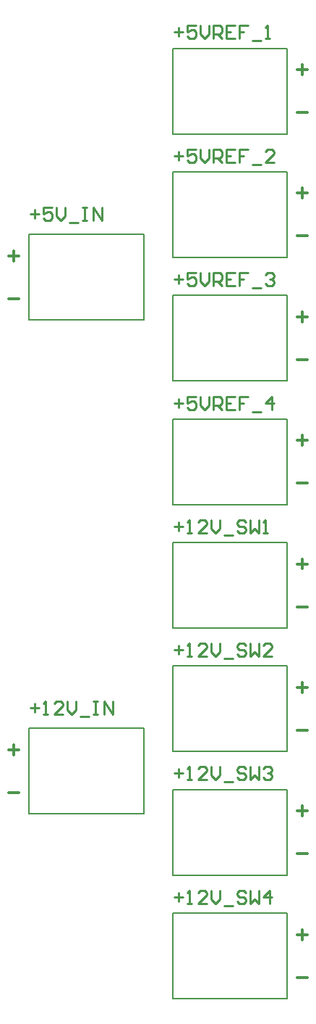
<source format=gto>
G04*
G04 #@! TF.GenerationSoftware,Altium Limited,CircuitMaker,2.0.3 (51)*
G04*
G04 Layer_Color=15132400*
%FSAX24Y24*%
%MOIN*%
G70*
G04*
G04 #@! TF.SameCoordinates,AC49E966-F875-4E81-9CB4-5C45FD5EEA16*
G04*
G04*
G04 #@! TF.FilePolarity,Positive*
G04*
G01*
G75*
%ADD10C,0.0080*%
%ADD11C,0.0080*%
%ADD12C,0.0120*%
%ADD13C,0.0100*%
D10*
X044767Y025304D02*
X050043D01*
X044767Y021367D02*
Y025304D01*
Y021367D02*
X050043D01*
X038157Y012831D02*
X043433D01*
Y016768D01*
X038157D02*
X043433D01*
X038157Y035531D02*
X043433D01*
Y039469D01*
X038157D02*
X043433D01*
X044767Y048018D02*
X050043D01*
X044767Y044081D02*
Y048018D01*
Y044081D02*
X050043D01*
X044767Y042340D02*
X050043D01*
X044767Y038403D02*
Y042340D01*
Y038403D02*
X050043D01*
X044767Y036661D02*
X050043D01*
X044767Y032724D02*
Y036661D01*
Y032724D02*
X050043D01*
X044767Y030983D02*
X050043D01*
X044767Y027046D02*
Y030983D01*
Y027046D02*
X050043D01*
X044767Y008268D02*
X050043D01*
X044767Y004331D02*
Y008268D01*
Y004331D02*
X050043D01*
X044767Y013947D02*
X050043D01*
X044767Y010010D02*
Y013947D01*
Y010010D02*
X050043D01*
X044767Y019626D02*
X050043D01*
X044767Y015689D02*
Y019626D01*
Y015689D02*
X050043D01*
D11*
Y021367D02*
Y025304D01*
X038157Y012831D02*
Y016768D01*
Y035531D02*
Y039469D01*
X050043Y044081D02*
Y048018D01*
Y038403D02*
Y042340D01*
Y032724D02*
Y036661D01*
Y027046D02*
Y030983D01*
Y004331D02*
Y008268D01*
Y010010D02*
Y013947D01*
Y015689D02*
Y019626D01*
D12*
X037217Y015784D02*
X037683D01*
X037450Y016018D02*
Y015551D01*
X037217Y013816D02*
X037683D01*
X037217Y038484D02*
X037683D01*
X037450Y038718D02*
Y038251D01*
X037217Y036516D02*
X037683D01*
X050517Y047034D02*
X050983D01*
X050750Y047267D02*
Y046801D01*
X050517Y045065D02*
X050983D01*
X050517Y041355D02*
X050983D01*
X050750Y041588D02*
Y041122D01*
X050517Y039390D02*
X050983D01*
X050517Y035680D02*
X050983D01*
X050750Y035913D02*
Y035447D01*
X050517Y033710D02*
X050983D01*
X050517Y030000D02*
X050983D01*
X050750Y030233D02*
Y029767D01*
X050517Y028030D02*
X050983D01*
X050517Y024320D02*
X050983D01*
X050750Y024553D02*
Y024087D01*
X050517Y022351D02*
X050983D01*
X050517Y018641D02*
X050983D01*
X050750Y018875D02*
Y018408D01*
X050517Y016673D02*
X050983D01*
X050517Y012963D02*
X050983D01*
X050750Y013196D02*
Y012730D01*
X050517Y010994D02*
X050983D01*
X050517Y005316D02*
X050983D01*
X050517Y007284D02*
X050983D01*
X050750Y007518D02*
Y007051D01*
D13*
X044830Y026040D02*
X045230D01*
X045030Y026240D02*
Y025840D01*
X045430Y025740D02*
X045630D01*
X045530D01*
Y026340D01*
X045430Y026240D01*
X046330Y025740D02*
X045930D01*
X046330Y026140D01*
Y026240D01*
X046230Y026340D01*
X046030D01*
X045930Y026240D01*
X046529Y026340D02*
Y025940D01*
X046729Y025740D01*
X046929Y025940D01*
Y026340D01*
X047129Y025640D02*
X047529D01*
X048129Y026240D02*
X048029Y026340D01*
X047829D01*
X047729Y026240D01*
Y026140D01*
X047829Y026040D01*
X048029D01*
X048129Y025940D01*
Y025840D01*
X048029Y025740D01*
X047829D01*
X047729Y025840D01*
X048329Y026340D02*
Y025740D01*
X048529Y025940D01*
X048729Y025740D01*
Y026340D01*
X048929Y025740D02*
X049129D01*
X049029D01*
Y026340D01*
X048929Y026240D01*
X044830Y009010D02*
X045230D01*
X045030Y009210D02*
Y008810D01*
X045430Y008710D02*
X045630D01*
X045530D01*
Y009310D01*
X045430Y009210D01*
X046330Y008710D02*
X045930D01*
X046330Y009110D01*
Y009210D01*
X046230Y009310D01*
X046030D01*
X045930Y009210D01*
X046529Y009310D02*
Y008910D01*
X046729Y008710D01*
X046929Y008910D01*
Y009310D01*
X047129Y008610D02*
X047529D01*
X048129Y009210D02*
X048029Y009310D01*
X047829D01*
X047729Y009210D01*
Y009110D01*
X047829Y009010D01*
X048029D01*
X048129Y008910D01*
Y008810D01*
X048029Y008710D01*
X047829D01*
X047729Y008810D01*
X048329Y009310D02*
Y008710D01*
X048529Y008910D01*
X048729Y008710D01*
Y009310D01*
X049229Y008710D02*
Y009310D01*
X048929Y009010D01*
X049329D01*
X044830Y014690D02*
X045230D01*
X045030Y014890D02*
Y014490D01*
X045430Y014390D02*
X045630D01*
X045530D01*
Y014990D01*
X045430Y014890D01*
X046330Y014390D02*
X045930D01*
X046330Y014790D01*
Y014890D01*
X046230Y014990D01*
X046030D01*
X045930Y014890D01*
X046529Y014990D02*
Y014590D01*
X046729Y014390D01*
X046929Y014590D01*
Y014990D01*
X047129Y014290D02*
X047529D01*
X048129Y014890D02*
X048029Y014990D01*
X047829D01*
X047729Y014890D01*
Y014790D01*
X047829Y014690D01*
X048029D01*
X048129Y014590D01*
Y014490D01*
X048029Y014390D01*
X047829D01*
X047729Y014490D01*
X048329Y014990D02*
Y014390D01*
X048529Y014590D01*
X048729Y014390D01*
Y014990D01*
X048929Y014890D02*
X049029Y014990D01*
X049229D01*
X049329Y014890D01*
Y014790D01*
X049229Y014690D01*
X049129D01*
X049229D01*
X049329Y014590D01*
Y014490D01*
X049229Y014390D01*
X049029D01*
X048929Y014490D01*
X044830Y020370D02*
X045230D01*
X045030Y020570D02*
Y020170D01*
X045430Y020070D02*
X045630D01*
X045530D01*
Y020670D01*
X045430Y020570D01*
X046330Y020070D02*
X045930D01*
X046330Y020470D01*
Y020570D01*
X046230Y020670D01*
X046030D01*
X045930Y020570D01*
X046529Y020670D02*
Y020270D01*
X046729Y020070D01*
X046929Y020270D01*
Y020670D01*
X047129Y019970D02*
X047529D01*
X048129Y020570D02*
X048029Y020670D01*
X047829D01*
X047729Y020570D01*
Y020470D01*
X047829Y020370D01*
X048029D01*
X048129Y020270D01*
Y020170D01*
X048029Y020070D01*
X047829D01*
X047729Y020170D01*
X048329Y020670D02*
Y020070D01*
X048529Y020270D01*
X048729Y020070D01*
Y020670D01*
X049329Y020070D02*
X048929D01*
X049329Y020470D01*
Y020570D01*
X049229Y020670D01*
X049029D01*
X048929Y020570D01*
X038220Y017690D02*
X038620D01*
X038420Y017890D02*
Y017490D01*
X038820Y017390D02*
X039020D01*
X038920D01*
Y017990D01*
X038820Y017890D01*
X039720Y017390D02*
X039320D01*
X039720Y017790D01*
Y017890D01*
X039620Y017990D01*
X039420D01*
X039320Y017890D01*
X039919Y017990D02*
Y017590D01*
X040119Y017390D01*
X040319Y017590D01*
Y017990D01*
X040519Y017290D02*
X040919D01*
X041119Y017990D02*
X041319D01*
X041219D01*
Y017390D01*
X041119D01*
X041319D01*
X041619D02*
Y017990D01*
X042019Y017390D01*
Y017990D01*
X044830Y031720D02*
X045230D01*
X045030Y031920D02*
Y031520D01*
X045830Y032020D02*
X045430D01*
Y031720D01*
X045630Y031820D01*
X045730D01*
X045830Y031720D01*
Y031520D01*
X045730Y031420D01*
X045530D01*
X045430Y031520D01*
X046030Y032020D02*
Y031620D01*
X046230Y031420D01*
X046429Y031620D01*
Y032020D01*
X046629Y031420D02*
Y032020D01*
X046929D01*
X047029Y031920D01*
Y031720D01*
X046929Y031620D01*
X046629D01*
X046829D02*
X047029Y031420D01*
X047629Y032020D02*
X047229D01*
Y031420D01*
X047629D01*
X047229Y031720D02*
X047429D01*
X048229Y032020D02*
X047829D01*
Y031720D01*
X048029D01*
X047829D01*
Y031420D01*
X048429Y031320D02*
X048829D01*
X049329Y031420D02*
Y032020D01*
X049029Y031720D01*
X049429D01*
X044830Y037400D02*
X045230D01*
X045030Y037600D02*
Y037200D01*
X045830Y037700D02*
X045430D01*
Y037400D01*
X045630Y037500D01*
X045730D01*
X045830Y037400D01*
Y037200D01*
X045730Y037100D01*
X045530D01*
X045430Y037200D01*
X046030Y037700D02*
Y037300D01*
X046230Y037100D01*
X046429Y037300D01*
Y037700D01*
X046629Y037100D02*
Y037700D01*
X046929D01*
X047029Y037600D01*
Y037400D01*
X046929Y037300D01*
X046629D01*
X046829D02*
X047029Y037100D01*
X047629Y037700D02*
X047229D01*
Y037100D01*
X047629D01*
X047229Y037400D02*
X047429D01*
X048229Y037700D02*
X047829D01*
Y037400D01*
X048029D01*
X047829D01*
Y037100D01*
X048429Y037000D02*
X048829D01*
X049029Y037600D02*
X049129Y037700D01*
X049329D01*
X049429Y037600D01*
Y037500D01*
X049329Y037400D01*
X049229D01*
X049329D01*
X049429Y037300D01*
Y037200D01*
X049329Y037100D01*
X049129D01*
X049029Y037200D01*
X044830Y043080D02*
X045230D01*
X045030Y043280D02*
Y042880D01*
X045830Y043380D02*
X045430D01*
Y043080D01*
X045630Y043180D01*
X045730D01*
X045830Y043080D01*
Y042880D01*
X045730Y042780D01*
X045530D01*
X045430Y042880D01*
X046030Y043380D02*
Y042980D01*
X046230Y042780D01*
X046429Y042980D01*
Y043380D01*
X046629Y042780D02*
Y043380D01*
X046929D01*
X047029Y043280D01*
Y043080D01*
X046929Y042980D01*
X046629D01*
X046829D02*
X047029Y042780D01*
X047629Y043380D02*
X047229D01*
Y042780D01*
X047629D01*
X047229Y043080D02*
X047429D01*
X048229Y043380D02*
X047829D01*
Y043080D01*
X048029D01*
X047829D01*
Y042780D01*
X048429Y042680D02*
X048829D01*
X049429Y042780D02*
X049029D01*
X049429Y043180D01*
Y043280D01*
X049329Y043380D01*
X049129D01*
X049029Y043280D01*
X044830Y048760D02*
X045230D01*
X045030Y048960D02*
Y048560D01*
X045830Y049060D02*
X045430D01*
Y048760D01*
X045630Y048860D01*
X045730D01*
X045830Y048760D01*
Y048560D01*
X045730Y048460D01*
X045530D01*
X045430Y048560D01*
X046030Y049060D02*
Y048660D01*
X046230Y048460D01*
X046429Y048660D01*
Y049060D01*
X046629Y048460D02*
Y049060D01*
X046929D01*
X047029Y048960D01*
Y048760D01*
X046929Y048660D01*
X046629D01*
X046829D02*
X047029Y048460D01*
X047629Y049060D02*
X047229D01*
Y048460D01*
X047629D01*
X047229Y048760D02*
X047429D01*
X048229Y049060D02*
X047829D01*
Y048760D01*
X048029D01*
X047829D01*
Y048460D01*
X048429Y048360D02*
X048829D01*
X049029Y048460D02*
X049229D01*
X049129D01*
Y049060D01*
X049029Y048960D01*
X038220Y040390D02*
X038620D01*
X038420Y040590D02*
Y040190D01*
X039220Y040690D02*
X038820D01*
Y040390D01*
X039020Y040490D01*
X039120D01*
X039220Y040390D01*
Y040190D01*
X039120Y040090D01*
X038920D01*
X038820Y040190D01*
X039420Y040690D02*
Y040290D01*
X039620Y040090D01*
X039819Y040290D01*
Y040690D01*
X040019Y039990D02*
X040419D01*
X040619Y040690D02*
X040819D01*
X040719D01*
Y040090D01*
X040619D01*
X040819D01*
X041119D02*
Y040690D01*
X041519Y040090D01*
Y040690D01*
M02*

</source>
